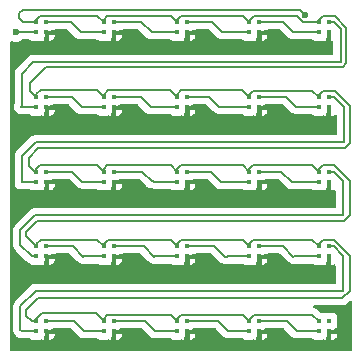
<source format=gbl>
G04 #@! TF.GenerationSoftware,KiCad,Pcbnew,8.0.1*
G04 #@! TF.CreationDate,2024-05-20T20:52:02+02:00*
G04 #@! TF.ProjectId,microled-square,6d696372-6f6c-4656-942d-737175617265,rev?*
G04 #@! TF.SameCoordinates,Original*
G04 #@! TF.FileFunction,Copper,L2,Bot*
G04 #@! TF.FilePolarity,Positive*
%FSLAX46Y46*%
G04 Gerber Fmt 4.6, Leading zero omitted, Abs format (unit mm)*
G04 Created by KiCad (PCBNEW 8.0.1) date 2024-05-20 20:52:02*
%MOMM*%
%LPD*%
G01*
G04 APERTURE LIST*
G04 #@! TA.AperFunction,SMDPad,CuDef*
%ADD10R,0.450000X0.450000*%
G04 #@! TD*
G04 #@! TA.AperFunction,ViaPad*
%ADD11C,0.600000*%
G04 #@! TD*
G04 #@! TA.AperFunction,Conductor*
%ADD12C,0.200000*%
G04 #@! TD*
G04 APERTURE END LIST*
D10*
X27090000Y-23150000D03*
X26240000Y-23150000D03*
X27090000Y-24000000D03*
X26240000Y-24000000D03*
X38990000Y-42125000D03*
X38140000Y-42125000D03*
X38990000Y-42975000D03*
X38140000Y-42975000D03*
X51000000Y-23150000D03*
X50150000Y-23150000D03*
X51000000Y-24000000D03*
X50150000Y-24000000D03*
X45090000Y-35800000D03*
X44240000Y-35800000D03*
X45090000Y-36650000D03*
X44240000Y-36650000D03*
X27090000Y-29475000D03*
X26240000Y-29475000D03*
X27090000Y-30325000D03*
X26240000Y-30325000D03*
X38990000Y-29475000D03*
X38140000Y-29475000D03*
X38990000Y-30325000D03*
X38140000Y-30325000D03*
X45090000Y-23150000D03*
X44240000Y-23150000D03*
X45090000Y-24000000D03*
X44240000Y-24000000D03*
X32790000Y-48450000D03*
X31940000Y-48450000D03*
X32790000Y-49300000D03*
X31940000Y-49300000D03*
X51000000Y-29475000D03*
X50150000Y-29475000D03*
X51000000Y-30325000D03*
X50150000Y-30325000D03*
X27090000Y-42125000D03*
X26240000Y-42125000D03*
X27090000Y-42975000D03*
X26240000Y-42975000D03*
X32790000Y-35800000D03*
X31940000Y-35800000D03*
X32790000Y-36650000D03*
X31940000Y-36650000D03*
X51000000Y-48450000D03*
X50150000Y-48450000D03*
X51000000Y-49300000D03*
X50150000Y-49300000D03*
X27090000Y-35800000D03*
X26240000Y-35800000D03*
X27090000Y-36650000D03*
X26240000Y-36650000D03*
X32790000Y-23150000D03*
X31940000Y-23150000D03*
X32790000Y-24000000D03*
X31940000Y-24000000D03*
X51000000Y-42125000D03*
X50150000Y-42125000D03*
X51000000Y-42975000D03*
X50150000Y-42975000D03*
X38990000Y-48450000D03*
X38140000Y-48450000D03*
X38990000Y-49300000D03*
X38140000Y-49300000D03*
X38990000Y-35800000D03*
X38140000Y-35800000D03*
X38990000Y-36650000D03*
X38140000Y-36650000D03*
X45090000Y-42125000D03*
X44240000Y-42125000D03*
X45090000Y-42975000D03*
X44240000Y-42975000D03*
X27090000Y-48450000D03*
X26240000Y-48450000D03*
X27090000Y-49300000D03*
X26240000Y-49300000D03*
X45090000Y-48450000D03*
X44240000Y-48450000D03*
X45090000Y-49300000D03*
X44240000Y-49300000D03*
X45090000Y-29475000D03*
X44240000Y-29475000D03*
X45090000Y-30325000D03*
X44240000Y-30325000D03*
X32790000Y-42125000D03*
X31940000Y-42125000D03*
X32790000Y-42975000D03*
X31940000Y-42975000D03*
X32790000Y-29475000D03*
X31940000Y-29475000D03*
X32790000Y-30325000D03*
X31940000Y-30325000D03*
X51000000Y-35800000D03*
X50150000Y-35800000D03*
X51000000Y-36650000D03*
X50150000Y-36650000D03*
X38990000Y-23150000D03*
X38140000Y-23150000D03*
X38990000Y-24000000D03*
X38140000Y-24000000D03*
D11*
X47200000Y-50300000D03*
X41000000Y-50300000D03*
X34900000Y-50400000D03*
X28900000Y-50400000D03*
X48200000Y-44600000D03*
X42100000Y-44700000D03*
X35900000Y-44700000D03*
X30000000Y-44700000D03*
X25200000Y-44600000D03*
X49400000Y-38200000D03*
X40500000Y-38000000D03*
X34400000Y-38000000D03*
X26600000Y-38100000D03*
X43400000Y-25200000D03*
X24500000Y-25800000D03*
X32500000Y-25400000D03*
X26300000Y-31900000D03*
X42700000Y-31800000D03*
X50200000Y-31800000D03*
X49000000Y-22500000D03*
X24500000Y-24000000D03*
D12*
X44240000Y-48450000D02*
X44240000Y-48360000D01*
X44240000Y-48360000D02*
X44675000Y-47925000D01*
X49625000Y-47925000D02*
X50150000Y-48450000D01*
X44675000Y-47925000D02*
X49625000Y-47925000D01*
X38140000Y-48450000D02*
X38140000Y-48250000D01*
X38140000Y-48250000D02*
X38465000Y-47925000D01*
X38465000Y-47925000D02*
X43715000Y-47925000D01*
X43715000Y-47925000D02*
X44240000Y-48450000D01*
X31940000Y-48450000D02*
X31940000Y-48250000D01*
X31940000Y-48250000D02*
X32265000Y-47925000D01*
X32265000Y-47925000D02*
X37615000Y-47925000D01*
X37615000Y-47925000D02*
X38140000Y-48450000D01*
X26240000Y-48450000D02*
X26240000Y-48250000D01*
X26240000Y-48250000D02*
X26690000Y-47800000D01*
X26690000Y-47800000D02*
X31290000Y-47800000D01*
X31290000Y-47800000D02*
X31940000Y-48450000D01*
X50150000Y-42125000D02*
X50150000Y-41925000D01*
X25400000Y-47500000D02*
X25400000Y-48000000D01*
X50150000Y-41925000D02*
X50475000Y-41600000D01*
X25400000Y-48000000D02*
X25850000Y-48450000D01*
X50475000Y-41600000D02*
X51465686Y-41600000D01*
X25850000Y-48450000D02*
X26240000Y-48450000D01*
X51465686Y-41600000D02*
X52800000Y-42934314D01*
X52800000Y-42934314D02*
X52800000Y-45865685D01*
X52800000Y-45865685D02*
X52165685Y-46500000D01*
X52165685Y-46500000D02*
X26400000Y-46500000D01*
X26400000Y-46500000D02*
X25400000Y-47500000D01*
X44240000Y-42125000D02*
X44240000Y-41960000D01*
X44240000Y-41960000D02*
X44600000Y-41600000D01*
X44600000Y-41600000D02*
X49625000Y-41600000D01*
X49625000Y-41600000D02*
X50150000Y-42125000D01*
X38140000Y-42125000D02*
X38140000Y-41960000D01*
X38140000Y-41960000D02*
X38500000Y-41600000D01*
X38500000Y-41600000D02*
X43715000Y-41600000D01*
X43715000Y-41600000D02*
X44240000Y-42125000D01*
X31940000Y-42125000D02*
X31940000Y-41960000D01*
X31940000Y-41960000D02*
X32300000Y-41600000D01*
X32300000Y-41600000D02*
X37615000Y-41600000D01*
X37615000Y-41600000D02*
X38140000Y-42125000D01*
X26240000Y-42125000D02*
X26240000Y-41960000D01*
X26240000Y-41960000D02*
X26600000Y-41600000D01*
X26600000Y-41600000D02*
X31415000Y-41600000D01*
X31415000Y-41600000D02*
X31940000Y-42125000D01*
X51000000Y-35800000D02*
X51425000Y-35800000D01*
X51425000Y-35800000D02*
X52200000Y-36575000D01*
X52200000Y-39500000D02*
X26100000Y-39500000D01*
X52200000Y-36575000D02*
X52200000Y-39500000D01*
X26100000Y-39500000D02*
X24900000Y-40700000D01*
X24900000Y-40700000D02*
X24900000Y-42000000D01*
X24900000Y-42000000D02*
X25875000Y-42975000D01*
X25875000Y-42975000D02*
X26240000Y-42975000D01*
X50150000Y-35800000D02*
X50150000Y-35600000D01*
X50150000Y-35600000D02*
X50475000Y-35275000D01*
X50475000Y-35275000D02*
X51465686Y-35275000D01*
X51465686Y-35275000D02*
X52800000Y-36609314D01*
X52800000Y-36609314D02*
X52800000Y-39465685D01*
X52800000Y-39465685D02*
X52265685Y-40000000D01*
X52265685Y-40000000D02*
X26300000Y-40000000D01*
X25400000Y-41285000D02*
X26240000Y-42125000D01*
X26300000Y-40000000D02*
X25400000Y-40900000D01*
X25400000Y-40900000D02*
X25400000Y-41285000D01*
X44240000Y-35800000D02*
X44240000Y-35600000D01*
X44240000Y-35600000D02*
X44565000Y-35275000D01*
X44565000Y-35275000D02*
X49625000Y-35275000D01*
X49625000Y-35275000D02*
X50150000Y-35800000D01*
X38140000Y-35800000D02*
X38140000Y-35600000D01*
X38140000Y-35600000D02*
X38465000Y-35275000D01*
X38465000Y-35275000D02*
X43715000Y-35275000D01*
X43715000Y-35275000D02*
X44240000Y-35800000D01*
X31940000Y-35800000D02*
X31940000Y-35600000D01*
X31940000Y-35600000D02*
X32265000Y-35275000D01*
X32265000Y-35275000D02*
X37615000Y-35275000D01*
X37615000Y-35275000D02*
X38140000Y-35800000D01*
X26240000Y-35800000D02*
X26240000Y-35600000D01*
X26240000Y-35600000D02*
X26565000Y-35275000D01*
X26565000Y-35275000D02*
X31415000Y-35275000D01*
X31415000Y-35275000D02*
X31940000Y-35800000D01*
X50150000Y-29475000D02*
X50150000Y-29275000D01*
X52800000Y-33400000D02*
X52400000Y-33800000D01*
X50150000Y-29275000D02*
X50475000Y-28950000D01*
X50475000Y-28950000D02*
X51550000Y-28950000D01*
X51550000Y-28950000D02*
X52800000Y-30200000D01*
X52800000Y-30200000D02*
X52800000Y-33400000D01*
X52400000Y-33800000D02*
X26400000Y-33800000D01*
X26400000Y-33800000D02*
X25600000Y-34600000D01*
X25600000Y-34600000D02*
X25600000Y-35300000D01*
X25600000Y-35300000D02*
X26100000Y-35800000D01*
X26100000Y-35800000D02*
X26240000Y-35800000D01*
X26240000Y-23150000D02*
X26240000Y-22950000D01*
X26240000Y-22950000D02*
X26565000Y-22625000D01*
X26565000Y-22625000D02*
X31415000Y-22625000D01*
X31415000Y-22625000D02*
X31940000Y-23150000D01*
X30900000Y-22100000D02*
X25100000Y-22100000D01*
X25100000Y-22100000D02*
X24800000Y-22400000D01*
X24800000Y-22400000D02*
X24800000Y-22800000D01*
X24800000Y-22800000D02*
X25150000Y-23150000D01*
X25150000Y-23150000D02*
X26240000Y-23150000D01*
X26240000Y-29475000D02*
X25700000Y-28935000D01*
X25700000Y-28935000D02*
X25700000Y-28300000D01*
X25700000Y-28300000D02*
X27100000Y-26900000D01*
X27100000Y-26900000D02*
X52200000Y-26900000D01*
X52200000Y-26900000D02*
X52500000Y-26600000D01*
X52500000Y-26600000D02*
X52500000Y-23600000D01*
X51525000Y-22625000D02*
X50475000Y-22625000D01*
X50150000Y-22950000D02*
X50150000Y-23150000D01*
X52500000Y-23600000D02*
X51525000Y-22625000D01*
X50475000Y-22625000D02*
X50150000Y-22950000D01*
X50150000Y-23150000D02*
X48850000Y-23150000D01*
X48850000Y-23150000D02*
X48300000Y-22600000D01*
X48300000Y-22600000D02*
X44700000Y-22600000D01*
X44700000Y-22600000D02*
X44240000Y-23060000D01*
X44240000Y-23060000D02*
X44240000Y-23150000D01*
X38140000Y-23150000D02*
X38140000Y-22950000D01*
X43715000Y-22625000D02*
X44240000Y-23150000D01*
X38140000Y-22950000D02*
X38465000Y-22625000D01*
X38465000Y-22625000D02*
X43715000Y-22625000D01*
X31940000Y-23150000D02*
X31940000Y-22950000D01*
X31940000Y-22950000D02*
X32265000Y-22625000D01*
X32265000Y-22625000D02*
X37615000Y-22625000D01*
X37615000Y-22625000D02*
X38140000Y-23150000D01*
X49000000Y-22500000D02*
X48600000Y-22100000D01*
X48600000Y-22100000D02*
X30900000Y-22100000D01*
X26240000Y-29475000D02*
X26240000Y-29260000D01*
X26240000Y-29260000D02*
X26600000Y-28900000D01*
X26600000Y-28900000D02*
X31365000Y-28900000D01*
X31365000Y-28900000D02*
X31940000Y-29475000D01*
X44240000Y-29475000D02*
X44240000Y-29275000D01*
X44240000Y-29275000D02*
X44565000Y-28950000D01*
X44565000Y-28950000D02*
X49625000Y-28950000D01*
X49625000Y-28950000D02*
X50150000Y-29475000D01*
X38140000Y-29475000D02*
X38140000Y-29275000D01*
X38140000Y-29275000D02*
X38515000Y-28900000D01*
X38515000Y-28900000D02*
X43665000Y-28900000D01*
X43665000Y-28900000D02*
X44240000Y-29475000D01*
X31940000Y-29475000D02*
X31940000Y-29275000D01*
X31940000Y-29275000D02*
X32315000Y-28900000D01*
X32315000Y-28900000D02*
X37565000Y-28900000D01*
X37565000Y-28900000D02*
X38140000Y-29475000D01*
X24500000Y-24000000D02*
X26240000Y-24000000D01*
X30000000Y-24000000D02*
X31940000Y-24000000D01*
X27090000Y-23150000D02*
X29150000Y-23150000D01*
X29150000Y-23150000D02*
X30000000Y-24000000D01*
X32790000Y-23150000D02*
X35150000Y-23150000D01*
X36000000Y-24000000D02*
X38140000Y-24000000D01*
X35150000Y-23150000D02*
X36000000Y-24000000D01*
X38990000Y-23150000D02*
X41150000Y-23150000D01*
X42000000Y-24000000D02*
X44240000Y-24000000D01*
X41150000Y-23150000D02*
X42000000Y-24000000D01*
X48000000Y-24000000D02*
X50150000Y-24000000D01*
X45090000Y-23150000D02*
X47150000Y-23150000D01*
X47150000Y-23150000D02*
X48000000Y-24000000D01*
X24975000Y-30325000D02*
X26240000Y-30325000D01*
X26000000Y-26500000D02*
X25000000Y-27500000D01*
X24950000Y-30300000D02*
X24975000Y-30325000D01*
X52000000Y-26500000D02*
X26000000Y-26500000D01*
X25000000Y-30250000D02*
X24950000Y-30300000D01*
X25000000Y-27500000D02*
X25000000Y-30250000D01*
X52000000Y-23725000D02*
X52000000Y-26500000D01*
X51425000Y-23150000D02*
X52000000Y-23725000D01*
X51000000Y-23150000D02*
X51425000Y-23150000D01*
X29225000Y-29475000D02*
X30075000Y-30325000D01*
X27090000Y-29475000D02*
X29225000Y-29475000D01*
X30075000Y-30325000D02*
X31940000Y-30325000D01*
X32790000Y-29475000D02*
X35075000Y-29475000D01*
X35925000Y-30325000D02*
X38140000Y-30325000D01*
X35075000Y-29475000D02*
X35925000Y-30325000D01*
X41900000Y-30300000D02*
X41925000Y-30325000D01*
X41925000Y-30325000D02*
X44240000Y-30325000D01*
X38990000Y-29475000D02*
X40875000Y-29475000D01*
X41700000Y-30300000D02*
X41900000Y-30300000D01*
X40875000Y-29475000D02*
X41700000Y-30300000D01*
X47375000Y-29475000D02*
X48200000Y-30300000D01*
X48500000Y-30300000D02*
X48525000Y-30325000D01*
X45090000Y-29475000D02*
X47375000Y-29475000D01*
X48525000Y-30325000D02*
X50150000Y-30325000D01*
X48200000Y-30300000D02*
X48500000Y-30300000D01*
X51000000Y-29475000D02*
X51425000Y-29475000D01*
X52300000Y-30350000D02*
X52300000Y-33300000D01*
X25000000Y-36700000D02*
X25050000Y-36650000D01*
X26200000Y-33300000D02*
X25000000Y-34500000D01*
X25050000Y-36650000D02*
X26240000Y-36650000D01*
X51425000Y-29475000D02*
X52300000Y-30350000D01*
X25000000Y-34500000D02*
X25000000Y-36700000D01*
X52300000Y-33300000D02*
X26200000Y-33300000D01*
X30150000Y-36650000D02*
X31940000Y-36650000D01*
X29300000Y-35800000D02*
X30150000Y-36650000D01*
X27090000Y-35800000D02*
X29300000Y-35800000D01*
X36000000Y-36600000D02*
X36200000Y-36600000D01*
X36200000Y-36600000D02*
X36250000Y-36650000D01*
X36250000Y-36650000D02*
X38140000Y-36650000D01*
X32790000Y-35800000D02*
X35200000Y-35800000D01*
X35200000Y-35800000D02*
X36000000Y-36600000D01*
X42150000Y-36650000D02*
X44240000Y-36650000D01*
X41900000Y-36700000D02*
X42100000Y-36700000D01*
X38990000Y-35800000D02*
X41000000Y-35800000D01*
X42100000Y-36700000D02*
X42150000Y-36650000D01*
X41000000Y-35800000D02*
X41900000Y-36700000D01*
X48300000Y-36700000D02*
X48350000Y-36650000D01*
X45090000Y-35800000D02*
X47000000Y-35800000D01*
X48350000Y-36650000D02*
X50150000Y-36650000D01*
X47900000Y-36700000D02*
X48300000Y-36700000D01*
X47000000Y-35800000D02*
X47900000Y-36700000D01*
X29325000Y-42125000D02*
X30200000Y-43000000D01*
X30200000Y-43000000D02*
X30225000Y-42975000D01*
X30225000Y-42975000D02*
X31940000Y-42975000D01*
X27090000Y-42125000D02*
X29325000Y-42125000D01*
X32790000Y-42125000D02*
X35325000Y-42125000D01*
X36225000Y-42975000D02*
X38140000Y-42975000D01*
X35325000Y-42125000D02*
X36200000Y-43000000D01*
X36200000Y-43000000D02*
X36225000Y-42975000D01*
X42425000Y-42975000D02*
X44240000Y-42975000D01*
X42200000Y-43000000D02*
X42400000Y-43000000D01*
X42400000Y-43000000D02*
X42425000Y-42975000D01*
X38990000Y-42125000D02*
X41325000Y-42125000D01*
X41325000Y-42125000D02*
X42200000Y-43000000D01*
X48000000Y-43000000D02*
X48025000Y-42975000D01*
X48025000Y-42975000D02*
X50150000Y-42975000D01*
X47125000Y-42125000D02*
X48000000Y-43000000D01*
X45090000Y-42125000D02*
X47125000Y-42125000D01*
X24900000Y-47200000D02*
X24900000Y-49200000D01*
X52200000Y-42900000D02*
X52200000Y-45900000D01*
X51425000Y-42125000D02*
X52200000Y-42900000D01*
X52200000Y-45900000D02*
X26200000Y-45900000D01*
X26200000Y-45900000D02*
X24900000Y-47200000D01*
X25000000Y-49300000D02*
X26240000Y-49300000D01*
X24900000Y-49200000D02*
X25000000Y-49300000D01*
X51000000Y-42125000D02*
X51425000Y-42125000D01*
X27090000Y-48450000D02*
X29450000Y-48450000D01*
X29450000Y-48450000D02*
X30300000Y-49300000D01*
X30300000Y-49300000D02*
X31940000Y-49300000D01*
X36300000Y-49300000D02*
X38140000Y-49300000D01*
X32790000Y-48450000D02*
X35450000Y-48450000D01*
X35450000Y-48450000D02*
X36300000Y-49300000D01*
X42500000Y-49300000D02*
X44240000Y-49300000D01*
X41650000Y-48450000D02*
X42500000Y-49300000D01*
X38990000Y-48450000D02*
X41650000Y-48450000D01*
X45090000Y-48450000D02*
X47450000Y-48450000D01*
X47450000Y-48450000D02*
X48300000Y-49300000D01*
X48300000Y-49300000D02*
X50150000Y-49300000D01*
G04 #@! TA.AperFunction,Conductor*
G36*
X28916942Y-23770185D02*
G01*
X28937583Y-23786818D01*
X29631284Y-24480520D01*
X29631286Y-24480521D01*
X29631290Y-24480524D01*
X29768209Y-24559573D01*
X29768216Y-24559577D01*
X29920943Y-24600501D01*
X29920945Y-24600501D01*
X30086654Y-24600501D01*
X30086670Y-24600500D01*
X31340165Y-24600500D01*
X31407204Y-24620185D01*
X31414476Y-24625233D01*
X31420598Y-24629816D01*
X31472073Y-24668350D01*
X31472668Y-24668795D01*
X31472671Y-24668797D01*
X31517618Y-24685561D01*
X31607517Y-24719091D01*
X31667127Y-24725500D01*
X32212872Y-24725499D01*
X32272483Y-24719091D01*
X32322382Y-24700479D01*
X32392069Y-24695494D01*
X32409048Y-24700479D01*
X32457628Y-24718598D01*
X32457627Y-24718598D01*
X32517155Y-24724999D01*
X32517172Y-24725000D01*
X32565000Y-24725000D01*
X32565000Y-24567106D01*
X32584685Y-24500067D01*
X32589734Y-24492794D01*
X32608796Y-24467331D01*
X32608888Y-24467086D01*
X32620052Y-24437150D01*
X32659091Y-24332483D01*
X32665500Y-24272873D01*
X32665500Y-24225000D01*
X33015000Y-24225000D01*
X33015000Y-24725000D01*
X33062828Y-24725000D01*
X33062844Y-24724999D01*
X33122372Y-24718598D01*
X33122379Y-24718596D01*
X33257086Y-24668354D01*
X33257093Y-24668350D01*
X33372187Y-24582190D01*
X33372190Y-24582187D01*
X33458350Y-24467093D01*
X33458354Y-24467086D01*
X33508596Y-24332379D01*
X33508598Y-24332372D01*
X33514999Y-24272844D01*
X33515000Y-24272827D01*
X33515000Y-24225000D01*
X33015000Y-24225000D01*
X32665500Y-24225000D01*
X32665499Y-23999497D01*
X32685183Y-23932460D01*
X32737987Y-23886705D01*
X32789499Y-23875499D01*
X33062871Y-23875499D01*
X33062872Y-23875499D01*
X33122483Y-23869091D01*
X33257331Y-23818796D01*
X33282796Y-23799733D01*
X33348261Y-23775316D01*
X33357107Y-23775000D01*
X33524826Y-23775000D01*
X33564504Y-23753334D01*
X33590862Y-23750500D01*
X34849903Y-23750500D01*
X34916942Y-23770185D01*
X34937583Y-23786818D01*
X35631284Y-24480520D01*
X35631286Y-24480521D01*
X35631290Y-24480524D01*
X35768209Y-24559573D01*
X35768216Y-24559577D01*
X35920943Y-24600501D01*
X35920945Y-24600501D01*
X36086654Y-24600501D01*
X36086670Y-24600500D01*
X37540165Y-24600500D01*
X37607204Y-24620185D01*
X37614476Y-24625233D01*
X37620598Y-24629816D01*
X37672073Y-24668350D01*
X37672668Y-24668795D01*
X37672671Y-24668797D01*
X37717618Y-24685561D01*
X37807517Y-24719091D01*
X37867127Y-24725500D01*
X38412872Y-24725499D01*
X38472483Y-24719091D01*
X38522382Y-24700479D01*
X38592069Y-24695494D01*
X38609048Y-24700479D01*
X38657628Y-24718598D01*
X38657627Y-24718598D01*
X38717155Y-24724999D01*
X38717172Y-24725000D01*
X38765000Y-24725000D01*
X38765000Y-24567106D01*
X38784685Y-24500067D01*
X38789734Y-24492794D01*
X38808796Y-24467331D01*
X38808888Y-24467086D01*
X38820052Y-24437150D01*
X38859091Y-24332483D01*
X38865500Y-24272873D01*
X38865500Y-24225000D01*
X39215000Y-24225000D01*
X39215000Y-24725000D01*
X39262828Y-24725000D01*
X39262844Y-24724999D01*
X39322372Y-24718598D01*
X39322379Y-24718596D01*
X39457086Y-24668354D01*
X39457093Y-24668350D01*
X39572187Y-24582190D01*
X39572190Y-24582187D01*
X39658350Y-24467093D01*
X39658354Y-24467086D01*
X39708596Y-24332379D01*
X39708598Y-24332372D01*
X39714999Y-24272844D01*
X39715000Y-24272827D01*
X39715000Y-24225000D01*
X39215000Y-24225000D01*
X38865500Y-24225000D01*
X38865499Y-23999497D01*
X38885183Y-23932460D01*
X38937987Y-23886705D01*
X38989499Y-23875499D01*
X39262871Y-23875499D01*
X39262872Y-23875499D01*
X39322483Y-23869091D01*
X39457331Y-23818796D01*
X39482796Y-23799733D01*
X39548261Y-23775316D01*
X39557107Y-23775000D01*
X39724826Y-23775000D01*
X39764504Y-23753334D01*
X39790862Y-23750500D01*
X40849903Y-23750500D01*
X40916942Y-23770185D01*
X40937583Y-23786818D01*
X41631284Y-24480520D01*
X41631286Y-24480521D01*
X41631290Y-24480524D01*
X41768209Y-24559573D01*
X41768216Y-24559577D01*
X41920943Y-24600501D01*
X41920945Y-24600501D01*
X42086654Y-24600501D01*
X42086670Y-24600500D01*
X43640165Y-24600500D01*
X43707204Y-24620185D01*
X43714476Y-24625233D01*
X43720598Y-24629816D01*
X43772073Y-24668350D01*
X43772668Y-24668795D01*
X43772671Y-24668797D01*
X43817618Y-24685561D01*
X43907517Y-24719091D01*
X43967127Y-24725500D01*
X44512872Y-24725499D01*
X44572483Y-24719091D01*
X44622382Y-24700479D01*
X44692069Y-24695494D01*
X44709048Y-24700479D01*
X44757628Y-24718598D01*
X44757627Y-24718598D01*
X44817155Y-24724999D01*
X44817172Y-24725000D01*
X44865000Y-24725000D01*
X44865000Y-24567106D01*
X44884685Y-24500067D01*
X44889734Y-24492794D01*
X44908796Y-24467331D01*
X44908888Y-24467086D01*
X44920052Y-24437150D01*
X44959091Y-24332483D01*
X44965500Y-24272873D01*
X44965500Y-24225000D01*
X45315000Y-24225000D01*
X45315000Y-24725000D01*
X45362828Y-24725000D01*
X45362844Y-24724999D01*
X45422372Y-24718598D01*
X45422379Y-24718596D01*
X45557086Y-24668354D01*
X45557093Y-24668350D01*
X45672187Y-24582190D01*
X45672190Y-24582187D01*
X45758350Y-24467093D01*
X45758354Y-24467086D01*
X45808596Y-24332379D01*
X45808598Y-24332372D01*
X45814999Y-24272844D01*
X45815000Y-24272827D01*
X45815000Y-24225000D01*
X45315000Y-24225000D01*
X44965500Y-24225000D01*
X44965499Y-23999497D01*
X44985183Y-23932460D01*
X45037987Y-23886705D01*
X45089499Y-23875499D01*
X45362871Y-23875499D01*
X45362872Y-23875499D01*
X45422483Y-23869091D01*
X45557331Y-23818796D01*
X45582796Y-23799733D01*
X45648261Y-23775316D01*
X45657107Y-23775000D01*
X45824826Y-23775000D01*
X45864504Y-23753334D01*
X45890862Y-23750500D01*
X46849903Y-23750500D01*
X46916942Y-23770185D01*
X46937583Y-23786818D01*
X47631284Y-24480520D01*
X47631286Y-24480521D01*
X47631290Y-24480524D01*
X47768209Y-24559573D01*
X47768216Y-24559577D01*
X47920943Y-24600501D01*
X47920945Y-24600501D01*
X48086654Y-24600501D01*
X48086670Y-24600500D01*
X49550165Y-24600500D01*
X49617204Y-24620185D01*
X49624476Y-24625233D01*
X49630598Y-24629816D01*
X49682073Y-24668350D01*
X49682668Y-24668795D01*
X49682671Y-24668797D01*
X49727618Y-24685561D01*
X49817517Y-24719091D01*
X49877127Y-24725500D01*
X50422872Y-24725499D01*
X50482483Y-24719091D01*
X50532382Y-24700479D01*
X50602069Y-24695494D01*
X50619048Y-24700479D01*
X50667628Y-24718598D01*
X50667627Y-24718598D01*
X50727155Y-24724999D01*
X50727172Y-24725000D01*
X50775000Y-24725000D01*
X50775000Y-24567106D01*
X50794685Y-24500067D01*
X50799734Y-24492794D01*
X50818796Y-24467331D01*
X50818888Y-24467086D01*
X50830052Y-24437150D01*
X50869091Y-24332483D01*
X50875500Y-24272873D01*
X50875499Y-23999497D01*
X50895183Y-23932460D01*
X50947987Y-23886705D01*
X50999499Y-23875499D01*
X51101000Y-23875499D01*
X51168039Y-23895184D01*
X51213794Y-23947988D01*
X51225000Y-23999499D01*
X51225000Y-24725000D01*
X51275500Y-24725000D01*
X51342539Y-24744685D01*
X51388294Y-24797489D01*
X51399500Y-24849000D01*
X51399500Y-25775500D01*
X51379815Y-25842539D01*
X51327011Y-25888294D01*
X51275500Y-25899500D01*
X26086670Y-25899500D01*
X26086654Y-25899499D01*
X26079058Y-25899499D01*
X25920943Y-25899499D01*
X25844579Y-25919961D01*
X25768214Y-25940423D01*
X25768209Y-25940426D01*
X25631290Y-26019475D01*
X25631282Y-26019481D01*
X24519481Y-27131282D01*
X24519479Y-27131285D01*
X24469361Y-27218094D01*
X24469359Y-27218096D01*
X24440425Y-27268209D01*
X24440424Y-27268210D01*
X24424544Y-27327472D01*
X24399499Y-27420943D01*
X24399499Y-27420945D01*
X24399499Y-27589046D01*
X24399500Y-27589059D01*
X24399500Y-30021636D01*
X24391834Y-30060179D01*
X24392527Y-30060365D01*
X24390424Y-30068213D01*
X24390423Y-30068215D01*
X24349499Y-30220943D01*
X24349499Y-30220945D01*
X24349499Y-30379054D01*
X24349498Y-30379054D01*
X24349499Y-30379057D01*
X24390423Y-30531785D01*
X24469481Y-30668716D01*
X24469483Y-30668718D01*
X24490139Y-30689374D01*
X24490149Y-30689385D01*
X24494479Y-30693715D01*
X24494480Y-30693716D01*
X24606284Y-30805520D01*
X24606286Y-30805521D01*
X24606290Y-30805524D01*
X24699909Y-30859574D01*
X24743216Y-30884577D01*
X24855019Y-30914534D01*
X24895942Y-30925500D01*
X24895943Y-30925500D01*
X25640165Y-30925500D01*
X25707204Y-30945185D01*
X25714476Y-30950233D01*
X25731534Y-30963003D01*
X25772073Y-30993350D01*
X25772668Y-30993795D01*
X25772671Y-30993797D01*
X25809848Y-31007663D01*
X25907517Y-31044091D01*
X25967127Y-31050500D01*
X26512872Y-31050499D01*
X26572483Y-31044091D01*
X26622382Y-31025479D01*
X26692069Y-31020494D01*
X26709048Y-31025479D01*
X26757628Y-31043598D01*
X26757627Y-31043598D01*
X26817155Y-31049999D01*
X26817172Y-31050000D01*
X26865000Y-31050000D01*
X26865000Y-30892106D01*
X26884685Y-30825067D01*
X26889734Y-30817794D01*
X26908796Y-30792331D01*
X26908888Y-30792086D01*
X26920052Y-30762150D01*
X26959091Y-30657483D01*
X26965500Y-30597873D01*
X26965500Y-30550000D01*
X27315000Y-30550000D01*
X27315000Y-31050000D01*
X27362828Y-31050000D01*
X27362844Y-31049999D01*
X27422372Y-31043598D01*
X27422379Y-31043596D01*
X27557086Y-30993354D01*
X27557093Y-30993350D01*
X27672187Y-30907190D01*
X27672190Y-30907187D01*
X27758350Y-30792093D01*
X27758354Y-30792086D01*
X27808596Y-30657379D01*
X27808598Y-30657372D01*
X27814999Y-30597844D01*
X27815000Y-30597827D01*
X27815000Y-30550000D01*
X27315000Y-30550000D01*
X26965500Y-30550000D01*
X26965499Y-30324497D01*
X26985183Y-30257460D01*
X27037987Y-30211705D01*
X27089499Y-30200499D01*
X27362871Y-30200499D01*
X27362872Y-30200499D01*
X27422483Y-30194091D01*
X27557331Y-30143796D01*
X27582796Y-30124733D01*
X27648261Y-30100316D01*
X27657107Y-30100000D01*
X27824826Y-30100000D01*
X27864504Y-30078334D01*
X27890862Y-30075500D01*
X28924903Y-30075500D01*
X28991942Y-30095185D01*
X29012583Y-30111818D01*
X29706284Y-30805520D01*
X29706286Y-30805521D01*
X29706290Y-30805524D01*
X29799909Y-30859574D01*
X29843216Y-30884577D01*
X29995943Y-30925501D01*
X29995945Y-30925501D01*
X30161654Y-30925501D01*
X30161670Y-30925500D01*
X31340165Y-30925500D01*
X31407204Y-30945185D01*
X31414476Y-30950233D01*
X31431534Y-30963003D01*
X31472073Y-30993350D01*
X31472668Y-30993795D01*
X31472671Y-30993797D01*
X31509848Y-31007663D01*
X31607517Y-31044091D01*
X31667127Y-31050500D01*
X32212872Y-31050499D01*
X32272483Y-31044091D01*
X32322382Y-31025479D01*
X32392069Y-31020494D01*
X32409048Y-31025479D01*
X32457628Y-31043598D01*
X32457627Y-31043598D01*
X32517155Y-31049999D01*
X32517172Y-31050000D01*
X32565000Y-31050000D01*
X32565000Y-30892106D01*
X32584685Y-30825067D01*
X32589734Y-30817794D01*
X32608796Y-30792331D01*
X32608888Y-30792086D01*
X32620052Y-30762150D01*
X32659091Y-30657483D01*
X32665500Y-30597873D01*
X32665500Y-30550000D01*
X33015000Y-30550000D01*
X33015000Y-31050000D01*
X33062828Y-31050000D01*
X33062844Y-31049999D01*
X33122372Y-31043598D01*
X33122379Y-31043596D01*
X33257086Y-30993354D01*
X33257093Y-30993350D01*
X33372187Y-30907190D01*
X33372190Y-30907187D01*
X33458350Y-30792093D01*
X33458354Y-30792086D01*
X33508596Y-30657379D01*
X33508598Y-30657372D01*
X33514999Y-30597844D01*
X33515000Y-30597827D01*
X33515000Y-30550000D01*
X33015000Y-30550000D01*
X32665500Y-30550000D01*
X32665499Y-30324497D01*
X32685183Y-30257460D01*
X32737987Y-30211705D01*
X32789499Y-30200499D01*
X33062871Y-30200499D01*
X33062872Y-30200499D01*
X33122483Y-30194091D01*
X33257331Y-30143796D01*
X33282796Y-30124733D01*
X33348261Y-30100316D01*
X33357107Y-30100000D01*
X33524826Y-30100000D01*
X33564504Y-30078334D01*
X33590862Y-30075500D01*
X34774903Y-30075500D01*
X34841942Y-30095185D01*
X34862583Y-30111818D01*
X35556284Y-30805520D01*
X35556286Y-30805521D01*
X35556290Y-30805524D01*
X35649909Y-30859574D01*
X35693216Y-30884577D01*
X35845943Y-30925501D01*
X35845945Y-30925501D01*
X36011654Y-30925501D01*
X36011670Y-30925500D01*
X37540165Y-30925500D01*
X37607204Y-30945185D01*
X37614476Y-30950233D01*
X37631534Y-30963003D01*
X37672073Y-30993350D01*
X37672668Y-30993795D01*
X37672671Y-30993797D01*
X37709848Y-31007663D01*
X37807517Y-31044091D01*
X37867127Y-31050500D01*
X38412872Y-31050499D01*
X38472483Y-31044091D01*
X38522382Y-31025479D01*
X38592069Y-31020494D01*
X38609048Y-31025479D01*
X38657628Y-31043598D01*
X38657627Y-31043598D01*
X38717155Y-31049999D01*
X38717172Y-31050000D01*
X38765000Y-31050000D01*
X38765000Y-30892106D01*
X38784685Y-30825067D01*
X38789734Y-30817794D01*
X38808796Y-30792331D01*
X38808888Y-30792086D01*
X38820052Y-30762150D01*
X38859091Y-30657483D01*
X38865500Y-30597873D01*
X38865500Y-30550000D01*
X39215000Y-30550000D01*
X39215000Y-31050000D01*
X39262828Y-31050000D01*
X39262844Y-31049999D01*
X39322372Y-31043598D01*
X39322379Y-31043596D01*
X39457086Y-30993354D01*
X39457093Y-30993350D01*
X39572187Y-30907190D01*
X39572190Y-30907187D01*
X39658350Y-30792093D01*
X39658354Y-30792086D01*
X39708596Y-30657379D01*
X39708598Y-30657372D01*
X39714999Y-30597844D01*
X39715000Y-30597827D01*
X39715000Y-30550000D01*
X39215000Y-30550000D01*
X38865500Y-30550000D01*
X38865499Y-30324497D01*
X38885183Y-30257460D01*
X38937987Y-30211705D01*
X38989499Y-30200499D01*
X39262871Y-30200499D01*
X39262872Y-30200499D01*
X39322483Y-30194091D01*
X39457331Y-30143796D01*
X39482796Y-30124733D01*
X39548261Y-30100316D01*
X39557107Y-30100000D01*
X39724826Y-30100000D01*
X39764504Y-30078334D01*
X39790862Y-30075500D01*
X40574903Y-30075500D01*
X40641942Y-30095185D01*
X40662584Y-30111819D01*
X41215139Y-30664374D01*
X41215149Y-30664385D01*
X41219479Y-30668715D01*
X41219480Y-30668716D01*
X41331284Y-30780520D01*
X41331286Y-30780521D01*
X41331290Y-30780524D01*
X41381610Y-30809576D01*
X41381615Y-30809578D01*
X41468209Y-30859574D01*
X41468210Y-30859574D01*
X41468215Y-30859577D01*
X41620942Y-30900500D01*
X41620943Y-30900500D01*
X41736317Y-30900500D01*
X41768409Y-30904725D01*
X41786320Y-30909523D01*
X41805019Y-30914534D01*
X41845942Y-30925500D01*
X41845943Y-30925500D01*
X43640165Y-30925500D01*
X43707204Y-30945185D01*
X43714476Y-30950233D01*
X43731534Y-30963003D01*
X43772073Y-30993350D01*
X43772668Y-30993795D01*
X43772671Y-30993797D01*
X43809848Y-31007663D01*
X43907517Y-31044091D01*
X43967127Y-31050500D01*
X44512872Y-31050499D01*
X44572483Y-31044091D01*
X44622382Y-31025479D01*
X44692069Y-31020494D01*
X44709048Y-31025479D01*
X44757628Y-31043598D01*
X44757627Y-31043598D01*
X44817155Y-31049999D01*
X44817172Y-31050000D01*
X44865000Y-31050000D01*
X44865000Y-30892106D01*
X44884685Y-30825067D01*
X44889734Y-30817794D01*
X44908796Y-30792331D01*
X44908888Y-30792086D01*
X44920052Y-30762150D01*
X44959091Y-30657483D01*
X44965500Y-30597873D01*
X44965500Y-30550000D01*
X45315000Y-30550000D01*
X45315000Y-31050000D01*
X45362828Y-31050000D01*
X45362844Y-31049999D01*
X45422372Y-31043598D01*
X45422379Y-31043596D01*
X45557086Y-30993354D01*
X45557093Y-30993350D01*
X45672187Y-30907190D01*
X45672190Y-30907187D01*
X45758350Y-30792093D01*
X45758354Y-30792086D01*
X45808596Y-30657379D01*
X45808598Y-30657372D01*
X45814999Y-30597844D01*
X45815000Y-30597827D01*
X45815000Y-30550000D01*
X45315000Y-30550000D01*
X44965500Y-30550000D01*
X44965499Y-30324497D01*
X44985183Y-30257460D01*
X45037987Y-30211705D01*
X45089499Y-30200499D01*
X45362871Y-30200499D01*
X45362872Y-30200499D01*
X45422483Y-30194091D01*
X45557331Y-30143796D01*
X45582796Y-30124733D01*
X45648261Y-30100316D01*
X45657107Y-30100000D01*
X45824826Y-30100000D01*
X45864504Y-30078334D01*
X45890862Y-30075500D01*
X47074903Y-30075500D01*
X47141942Y-30095185D01*
X47162584Y-30111819D01*
X47715139Y-30664374D01*
X47715149Y-30664385D01*
X47719479Y-30668715D01*
X47719480Y-30668716D01*
X47831284Y-30780520D01*
X47831286Y-30780521D01*
X47831290Y-30780524D01*
X47881610Y-30809576D01*
X47881615Y-30809578D01*
X47968209Y-30859574D01*
X47968210Y-30859574D01*
X47968215Y-30859577D01*
X48120942Y-30900500D01*
X48120943Y-30900500D01*
X48336317Y-30900500D01*
X48368409Y-30904725D01*
X48386320Y-30909523D01*
X48405019Y-30914534D01*
X48445942Y-30925500D01*
X48445943Y-30925500D01*
X49550165Y-30925500D01*
X49617204Y-30945185D01*
X49624476Y-30950233D01*
X49641534Y-30963003D01*
X49682073Y-30993350D01*
X49682668Y-30993795D01*
X49682671Y-30993797D01*
X49719848Y-31007663D01*
X49817517Y-31044091D01*
X49877127Y-31050500D01*
X50422872Y-31050499D01*
X50482483Y-31044091D01*
X50532382Y-31025479D01*
X50602069Y-31020494D01*
X50619048Y-31025479D01*
X50667628Y-31043598D01*
X50667627Y-31043598D01*
X50727155Y-31049999D01*
X50727172Y-31050000D01*
X50775000Y-31050000D01*
X50775000Y-30892106D01*
X50794685Y-30825067D01*
X50799734Y-30817794D01*
X50818796Y-30792331D01*
X50818888Y-30792086D01*
X50830052Y-30762150D01*
X50869091Y-30657483D01*
X50875500Y-30597873D01*
X50875499Y-30324497D01*
X50895183Y-30257460D01*
X50947987Y-30211705D01*
X50999499Y-30200499D01*
X51101000Y-30200499D01*
X51168039Y-30220184D01*
X51213794Y-30272988D01*
X51225000Y-30324499D01*
X51225000Y-31050000D01*
X51272828Y-31050000D01*
X51272844Y-31049999D01*
X51332372Y-31043598D01*
X51332379Y-31043596D01*
X51467086Y-30993354D01*
X51467089Y-30993352D01*
X51501188Y-30967826D01*
X51566652Y-30943408D01*
X51634925Y-30958259D01*
X51684331Y-31007663D01*
X51699500Y-31067092D01*
X51699500Y-32575500D01*
X51679815Y-32642539D01*
X51627011Y-32688294D01*
X51575500Y-32699500D01*
X26279057Y-32699500D01*
X26120942Y-32699500D01*
X25968215Y-32740423D01*
X25968214Y-32740423D01*
X25968212Y-32740424D01*
X25968209Y-32740425D01*
X25918096Y-32769359D01*
X25918095Y-32769360D01*
X25874689Y-32794420D01*
X25831285Y-32819479D01*
X25831282Y-32819481D01*
X24519479Y-34131284D01*
X24504289Y-34157594D01*
X24497869Y-34168716D01*
X24440423Y-34268215D01*
X24399499Y-34420943D01*
X24399499Y-34420945D01*
X24399499Y-34589046D01*
X24399500Y-34589059D01*
X24399500Y-36613330D01*
X24399499Y-36613348D01*
X24399499Y-36779054D01*
X24399498Y-36779054D01*
X24440423Y-36931785D01*
X24467122Y-36978029D01*
X24467124Y-36978031D01*
X24519479Y-37068714D01*
X24519481Y-37068717D01*
X24631284Y-37180520D01*
X24718095Y-37230639D01*
X24718097Y-37230641D01*
X24756151Y-37252611D01*
X24768215Y-37259577D01*
X24920943Y-37300501D01*
X24920946Y-37300501D01*
X25079054Y-37300501D01*
X25079057Y-37300501D01*
X25231785Y-37259577D01*
X25231786Y-37259575D01*
X25239635Y-37257473D01*
X25239820Y-37258165D01*
X25278364Y-37250500D01*
X25640165Y-37250500D01*
X25707204Y-37270185D01*
X25714476Y-37275233D01*
X25772073Y-37318350D01*
X25772668Y-37318795D01*
X25772671Y-37318797D01*
X25793040Y-37326394D01*
X25907517Y-37369091D01*
X25967127Y-37375500D01*
X26512872Y-37375499D01*
X26572483Y-37369091D01*
X26622382Y-37350479D01*
X26692069Y-37345494D01*
X26709048Y-37350479D01*
X26757628Y-37368598D01*
X26757627Y-37368598D01*
X26817155Y-37374999D01*
X26817172Y-37375000D01*
X26865000Y-37375000D01*
X26865000Y-37217106D01*
X26884685Y-37150067D01*
X26889734Y-37142794D01*
X26908796Y-37117331D01*
X26908888Y-37117086D01*
X26926929Y-37068713D01*
X26959091Y-36982483D01*
X26965500Y-36922873D01*
X26965500Y-36875000D01*
X27315000Y-36875000D01*
X27315000Y-37375000D01*
X27362828Y-37375000D01*
X27362844Y-37374999D01*
X27422372Y-37368598D01*
X27422379Y-37368596D01*
X27557086Y-37318354D01*
X27557093Y-37318350D01*
X27672187Y-37232190D01*
X27672190Y-37232187D01*
X27758350Y-37117093D01*
X27758354Y-37117086D01*
X27808596Y-36982379D01*
X27808598Y-36982372D01*
X27814999Y-36922844D01*
X27815000Y-36922827D01*
X27815000Y-36875000D01*
X27315000Y-36875000D01*
X26965500Y-36875000D01*
X26965499Y-36649497D01*
X26985183Y-36582460D01*
X27037987Y-36536705D01*
X27089499Y-36525499D01*
X27362871Y-36525499D01*
X27362872Y-36525499D01*
X27422483Y-36519091D01*
X27557331Y-36468796D01*
X27582796Y-36449733D01*
X27648261Y-36425316D01*
X27657107Y-36425000D01*
X27824826Y-36425000D01*
X27864504Y-36403334D01*
X27890862Y-36400500D01*
X28999903Y-36400500D01*
X29066942Y-36420185D01*
X29087583Y-36436818D01*
X29781284Y-37130520D01*
X29781286Y-37130521D01*
X29781290Y-37130524D01*
X29867887Y-37180520D01*
X29918216Y-37209577D01*
X30070943Y-37250501D01*
X30070945Y-37250501D01*
X30236654Y-37250501D01*
X30236670Y-37250500D01*
X31340165Y-37250500D01*
X31407204Y-37270185D01*
X31414476Y-37275233D01*
X31472073Y-37318350D01*
X31472668Y-37318795D01*
X31472671Y-37318797D01*
X31493040Y-37326394D01*
X31607517Y-37369091D01*
X31667127Y-37375500D01*
X32212872Y-37375499D01*
X32272483Y-37369091D01*
X32322382Y-37350479D01*
X32392069Y-37345494D01*
X32409048Y-37350479D01*
X32457628Y-37368598D01*
X32457627Y-37368598D01*
X32517155Y-37374999D01*
X32517172Y-37375000D01*
X32565000Y-37375000D01*
X32565000Y-37217106D01*
X32584685Y-37150067D01*
X32589734Y-37142794D01*
X32608796Y-37117331D01*
X32608888Y-37117086D01*
X32626929Y-37068713D01*
X32659091Y-36982483D01*
X32665500Y-36922873D01*
X32665500Y-36875000D01*
X33015000Y-36875000D01*
X33015000Y-37375000D01*
X33062828Y-37375000D01*
X33062844Y-37374999D01*
X33122372Y-37368598D01*
X33122379Y-37368596D01*
X33257086Y-37318354D01*
X33257093Y-37318350D01*
X33372187Y-37232190D01*
X33372190Y-37232187D01*
X33458350Y-37117093D01*
X33458354Y-37117086D01*
X33508596Y-36982379D01*
X33508598Y-36982372D01*
X33514999Y-36922844D01*
X33515000Y-36922827D01*
X33515000Y-36875000D01*
X33015000Y-36875000D01*
X32665500Y-36875000D01*
X32665499Y-36649497D01*
X32685183Y-36582460D01*
X32737987Y-36536705D01*
X32789499Y-36525499D01*
X33062871Y-36525499D01*
X33062872Y-36525499D01*
X33122483Y-36519091D01*
X33257331Y-36468796D01*
X33282796Y-36449733D01*
X33348261Y-36425316D01*
X33357107Y-36425000D01*
X33524826Y-36425000D01*
X33564504Y-36403334D01*
X33590862Y-36400500D01*
X34899903Y-36400500D01*
X34966942Y-36420185D01*
X34987584Y-36436819D01*
X35515139Y-36964374D01*
X35515149Y-36964385D01*
X35519479Y-36968715D01*
X35519480Y-36968716D01*
X35631284Y-37080520D01*
X35631286Y-37080521D01*
X35631290Y-37080524D01*
X35717886Y-37130520D01*
X35717887Y-37130520D01*
X35768215Y-37159577D01*
X35920943Y-37200501D01*
X35971639Y-37200501D01*
X36010178Y-37208167D01*
X36010365Y-37207473D01*
X36018215Y-37209576D01*
X36018216Y-37209577D01*
X36170943Y-37250501D01*
X36170945Y-37250501D01*
X36336654Y-37250501D01*
X36336670Y-37250500D01*
X37540165Y-37250500D01*
X37607204Y-37270185D01*
X37614476Y-37275233D01*
X37672073Y-37318350D01*
X37672668Y-37318795D01*
X37672671Y-37318797D01*
X37693040Y-37326394D01*
X37807517Y-37369091D01*
X37867127Y-37375500D01*
X38412872Y-37375499D01*
X38472483Y-37369091D01*
X38522382Y-37350479D01*
X38592069Y-37345494D01*
X38609048Y-37350479D01*
X38657628Y-37368598D01*
X38657627Y-37368598D01*
X38717155Y-37374999D01*
X38717172Y-37375000D01*
X38765000Y-37375000D01*
X38765000Y-37217106D01*
X38784685Y-37150067D01*
X38789734Y-37142794D01*
X38808796Y-37117331D01*
X38808888Y-37117086D01*
X38826929Y-37068713D01*
X38859091Y-36982483D01*
X38865500Y-36922873D01*
X38865500Y-36875000D01*
X39215000Y-36875000D01*
X39215000Y-37375000D01*
X39262828Y-37375000D01*
X39262844Y-37374999D01*
X39322372Y-37368598D01*
X39322379Y-37368596D01*
X39457086Y-37318354D01*
X39457093Y-37318350D01*
X39572187Y-37232190D01*
X39572190Y-37232187D01*
X39658350Y-37117093D01*
X39658354Y-37117086D01*
X39708596Y-36982379D01*
X39708598Y-36982372D01*
X39714999Y-36922844D01*
X39715000Y-36922827D01*
X39715000Y-36875000D01*
X39215000Y-36875000D01*
X38865500Y-36875000D01*
X38865499Y-36649497D01*
X38885183Y-36582460D01*
X38937987Y-36536705D01*
X38989499Y-36525499D01*
X39262871Y-36525499D01*
X39262872Y-36525499D01*
X39322483Y-36519091D01*
X39457331Y-36468796D01*
X39482796Y-36449733D01*
X39548261Y-36425316D01*
X39557107Y-36425000D01*
X39724826Y-36425000D01*
X39764504Y-36403334D01*
X39790862Y-36400500D01*
X40699903Y-36400500D01*
X40766942Y-36420185D01*
X40787584Y-36436819D01*
X41415139Y-37064374D01*
X41415149Y-37064385D01*
X41419479Y-37068715D01*
X41419480Y-37068716D01*
X41531284Y-37180520D01*
X41581607Y-37209573D01*
X41618095Y-37230639D01*
X41618097Y-37230641D01*
X41668213Y-37259576D01*
X41668215Y-37259577D01*
X41820942Y-37300500D01*
X41820943Y-37300500D01*
X42013331Y-37300500D01*
X42013347Y-37300501D01*
X42020943Y-37300501D01*
X42179054Y-37300501D01*
X42179057Y-37300501D01*
X42331785Y-37259577D01*
X42331786Y-37259575D01*
X42339635Y-37257473D01*
X42339820Y-37258165D01*
X42378364Y-37250500D01*
X43640165Y-37250500D01*
X43707204Y-37270185D01*
X43714476Y-37275233D01*
X43772073Y-37318350D01*
X43772668Y-37318795D01*
X43772671Y-37318797D01*
X43793040Y-37326394D01*
X43907517Y-37369091D01*
X43967127Y-37375500D01*
X44512872Y-37375499D01*
X44572483Y-37369091D01*
X44622382Y-37350479D01*
X44692069Y-37345494D01*
X44709048Y-37350479D01*
X44757628Y-37368598D01*
X44757627Y-37368598D01*
X44817155Y-37374999D01*
X44817172Y-37375000D01*
X44865000Y-37375000D01*
X44865000Y-37217106D01*
X44884685Y-37150067D01*
X44889734Y-37142794D01*
X44908796Y-37117331D01*
X44908888Y-37117086D01*
X44926929Y-37068713D01*
X44959091Y-36982483D01*
X44965500Y-36922873D01*
X44965500Y-36875000D01*
X45315000Y-36875000D01*
X45315000Y-37375000D01*
X45362828Y-37375000D01*
X45362844Y-37374999D01*
X45422372Y-37368598D01*
X45422379Y-37368596D01*
X45557086Y-37318354D01*
X45557093Y-37318350D01*
X45672187Y-37232190D01*
X45672190Y-37232187D01*
X45758350Y-37117093D01*
X45758354Y-37117086D01*
X45808596Y-36982379D01*
X45808598Y-36982372D01*
X45814999Y-36922844D01*
X45815000Y-36922827D01*
X45815000Y-36875000D01*
X45315000Y-36875000D01*
X44965500Y-36875000D01*
X44965499Y-36649497D01*
X44985183Y-36582460D01*
X45037987Y-36536705D01*
X45089499Y-36525499D01*
X45362871Y-36525499D01*
X45362872Y-36525499D01*
X45422483Y-36519091D01*
X45557331Y-36468796D01*
X45582796Y-36449733D01*
X45648261Y-36425316D01*
X45657107Y-36425000D01*
X45824826Y-36425000D01*
X45864504Y-36403334D01*
X45890862Y-36400500D01*
X46699903Y-36400500D01*
X46766942Y-36420185D01*
X46787584Y-36436819D01*
X47415139Y-37064374D01*
X47415149Y-37064385D01*
X47419479Y-37068715D01*
X47419480Y-37068716D01*
X47531284Y-37180520D01*
X47581607Y-37209573D01*
X47618095Y-37230639D01*
X47618097Y-37230641D01*
X47668213Y-37259576D01*
X47668215Y-37259577D01*
X47820942Y-37300500D01*
X47820943Y-37300500D01*
X48213331Y-37300500D01*
X48213347Y-37300501D01*
X48220943Y-37300501D01*
X48379054Y-37300501D01*
X48379057Y-37300501D01*
X48531785Y-37259577D01*
X48531786Y-37259575D01*
X48539635Y-37257473D01*
X48539820Y-37258165D01*
X48578364Y-37250500D01*
X49550165Y-37250500D01*
X49617204Y-37270185D01*
X49624476Y-37275233D01*
X49682073Y-37318350D01*
X49682668Y-37318795D01*
X49682671Y-37318797D01*
X49703040Y-37326394D01*
X49817517Y-37369091D01*
X49877127Y-37375500D01*
X50422872Y-37375499D01*
X50482483Y-37369091D01*
X50532382Y-37350479D01*
X50602069Y-37345494D01*
X50619048Y-37350479D01*
X50667628Y-37368598D01*
X50667627Y-37368598D01*
X50727155Y-37374999D01*
X50727172Y-37375000D01*
X50775000Y-37375000D01*
X50775000Y-37217106D01*
X50794685Y-37150067D01*
X50799734Y-37142794D01*
X50818796Y-37117331D01*
X50818888Y-37117086D01*
X50836929Y-37068713D01*
X50869091Y-36982483D01*
X50875500Y-36922873D01*
X50875499Y-36649497D01*
X50895183Y-36582460D01*
X50947987Y-36536705D01*
X50999499Y-36525499D01*
X51101000Y-36525499D01*
X51168039Y-36545184D01*
X51213794Y-36597988D01*
X51225000Y-36649499D01*
X51225000Y-37375000D01*
X51272828Y-37375000D01*
X51272844Y-37374999D01*
X51332372Y-37368598D01*
X51332376Y-37368597D01*
X51432166Y-37331378D01*
X51501858Y-37326394D01*
X51563181Y-37359879D01*
X51596666Y-37421202D01*
X51599500Y-37447560D01*
X51599500Y-38775500D01*
X51579815Y-38842539D01*
X51527011Y-38888294D01*
X51475500Y-38899500D01*
X26179057Y-38899500D01*
X26020942Y-38899500D01*
X25868215Y-38940423D01*
X25868214Y-38940423D01*
X25868212Y-38940424D01*
X25868209Y-38940425D01*
X25818096Y-38969359D01*
X25818095Y-38969360D01*
X25774689Y-38994420D01*
X25731285Y-39019479D01*
X25731282Y-39019481D01*
X24419479Y-40331284D01*
X24404289Y-40357594D01*
X24397869Y-40368716D01*
X24340423Y-40468215D01*
X24299499Y-40620943D01*
X24299499Y-40620945D01*
X24299499Y-40789046D01*
X24299500Y-40789059D01*
X24299500Y-41913330D01*
X24299499Y-41913348D01*
X24299499Y-42079054D01*
X24299498Y-42079054D01*
X24340424Y-42231787D01*
X24354350Y-42255907D01*
X24354351Y-42255909D01*
X24419477Y-42368712D01*
X24419481Y-42368717D01*
X24538349Y-42487585D01*
X24538355Y-42487590D01*
X25390139Y-43339374D01*
X25390149Y-43339385D01*
X25394479Y-43343715D01*
X25394480Y-43343716D01*
X25506284Y-43455520D01*
X25584194Y-43500501D01*
X25615984Y-43518855D01*
X25653250Y-43551931D01*
X25657449Y-43557541D01*
X25657452Y-43557544D01*
X25657454Y-43557546D01*
X25660166Y-43559576D01*
X25772664Y-43643793D01*
X25772671Y-43643797D01*
X25793040Y-43651394D01*
X25907517Y-43694091D01*
X25967127Y-43700500D01*
X26512872Y-43700499D01*
X26572483Y-43694091D01*
X26622382Y-43675479D01*
X26692069Y-43670494D01*
X26709048Y-43675479D01*
X26757628Y-43693598D01*
X26757627Y-43693598D01*
X26817155Y-43699999D01*
X26817172Y-43700000D01*
X26865000Y-43700000D01*
X26865000Y-43542106D01*
X26884685Y-43475067D01*
X26889734Y-43467794D01*
X26908796Y-43442331D01*
X26908888Y-43442086D01*
X26920052Y-43412150D01*
X26959091Y-43307483D01*
X26965500Y-43247873D01*
X26965500Y-43200000D01*
X27315000Y-43200000D01*
X27315000Y-43700000D01*
X27362828Y-43700000D01*
X27362844Y-43699999D01*
X27422372Y-43693598D01*
X27422379Y-43693596D01*
X27557086Y-43643354D01*
X27557093Y-43643350D01*
X27672187Y-43557190D01*
X27672190Y-43557187D01*
X27758350Y-43442093D01*
X27758354Y-43442086D01*
X27808596Y-43307379D01*
X27808598Y-43307372D01*
X27814999Y-43247844D01*
X27815000Y-43247827D01*
X27815000Y-43200000D01*
X27315000Y-43200000D01*
X26965500Y-43200000D01*
X26965499Y-42974497D01*
X26985183Y-42907460D01*
X27037987Y-42861705D01*
X27089499Y-42850499D01*
X27362871Y-42850499D01*
X27362872Y-42850499D01*
X27422483Y-42844091D01*
X27557331Y-42793796D01*
X27582796Y-42774733D01*
X27648261Y-42750316D01*
X27657107Y-42750000D01*
X27824826Y-42750000D01*
X27864504Y-42728334D01*
X27890862Y-42725500D01*
X29024903Y-42725500D01*
X29091942Y-42745185D01*
X29112584Y-42761819D01*
X29719481Y-43368716D01*
X29831284Y-43480519D01*
X29968215Y-43559577D01*
X30120943Y-43600501D01*
X30120946Y-43600501D01*
X30279055Y-43600501D01*
X30279057Y-43600501D01*
X30346043Y-43582551D01*
X30356594Y-43579725D01*
X30388687Y-43575500D01*
X31340165Y-43575500D01*
X31407204Y-43595185D01*
X31414476Y-43600233D01*
X31472073Y-43643350D01*
X31472668Y-43643795D01*
X31472671Y-43643797D01*
X31493040Y-43651394D01*
X31607517Y-43694091D01*
X31667127Y-43700500D01*
X32212872Y-43700499D01*
X32272483Y-43694091D01*
X32322382Y-43675479D01*
X32392069Y-43670494D01*
X32409048Y-43675479D01*
X32457628Y-43693598D01*
X32457627Y-43693598D01*
X32517155Y-43699999D01*
X32517172Y-43700000D01*
X32565000Y-43700000D01*
X32565000Y-43542106D01*
X32584685Y-43475067D01*
X32589734Y-43467794D01*
X32608796Y-43442331D01*
X32608888Y-43442086D01*
X32620052Y-43412150D01*
X32659091Y-43307483D01*
X32665500Y-43247873D01*
X32665500Y-43200000D01*
X33015000Y-43200000D01*
X33015000Y-43700000D01*
X33062828Y-43700000D01*
X33062844Y-43699999D01*
X33122372Y-43693598D01*
X33122379Y-43693596D01*
X33257086Y-43643354D01*
X33257093Y-43643350D01*
X33372187Y-43557190D01*
X33372190Y-43557187D01*
X33458350Y-43442093D01*
X33458354Y-43442086D01*
X33508596Y-43307379D01*
X33508598Y-43307372D01*
X33514999Y-43247844D01*
X33515000Y-43247827D01*
X33515000Y-43200000D01*
X33015000Y-43200000D01*
X32665500Y-43200000D01*
X32665499Y-42974497D01*
X32685183Y-42907460D01*
X32737987Y-42861705D01*
X32789499Y-42850499D01*
X33062871Y-42850499D01*
X33062872Y-42850499D01*
X33122483Y-42844091D01*
X33257331Y-42793796D01*
X33282796Y-42774733D01*
X33348261Y-42750316D01*
X33357107Y-42750000D01*
X33524826Y-42750000D01*
X33564504Y-42728334D01*
X33590862Y-42725500D01*
X35024903Y-42725500D01*
X35091942Y-42745185D01*
X35112584Y-42761819D01*
X35719481Y-43368716D01*
X35831284Y-43480519D01*
X35968215Y-43559577D01*
X36120943Y-43600501D01*
X36120946Y-43600501D01*
X36279055Y-43600501D01*
X36279057Y-43600501D01*
X36346043Y-43582551D01*
X36356594Y-43579725D01*
X36388687Y-43575500D01*
X37540165Y-43575500D01*
X37607204Y-43595185D01*
X37614476Y-43600233D01*
X37672073Y-43643350D01*
X37672668Y-43643795D01*
X37672671Y-43643797D01*
X37693040Y-43651394D01*
X37807517Y-43694091D01*
X37867127Y-43700500D01*
X38412872Y-43700499D01*
X38472483Y-43694091D01*
X38522382Y-43675479D01*
X38592069Y-43670494D01*
X38609048Y-43675479D01*
X38657628Y-43693598D01*
X38657627Y-43693598D01*
X38717155Y-43699999D01*
X38717172Y-43700000D01*
X38765000Y-43700000D01*
X38765000Y-43542106D01*
X38784685Y-43475067D01*
X38789734Y-43467794D01*
X38808796Y-43442331D01*
X38808888Y-43442086D01*
X38820052Y-43412150D01*
X38859091Y-43307483D01*
X38865500Y-43247873D01*
X38865500Y-43200000D01*
X39215000Y-43200000D01*
X39215000Y-43700000D01*
X39262828Y-43700000D01*
X39262844Y-43699999D01*
X39322372Y-43693598D01*
X39322379Y-43693596D01*
X39457086Y-43643354D01*
X39457093Y-43643350D01*
X39572187Y-43557190D01*
X39572190Y-43557187D01*
X39658350Y-43442093D01*
X39658354Y-43442086D01*
X39708596Y-43307379D01*
X39708598Y-43307372D01*
X39714999Y-43247844D01*
X39715000Y-43247827D01*
X39715000Y-43200000D01*
X39215000Y-43200000D01*
X38865500Y-43200000D01*
X38865499Y-42974497D01*
X38885183Y-42907460D01*
X38937987Y-42861705D01*
X38989499Y-42850499D01*
X39262871Y-42850499D01*
X39262872Y-42850499D01*
X39322483Y-42844091D01*
X39457331Y-42793796D01*
X39482796Y-42774733D01*
X39548261Y-42750316D01*
X39557107Y-42750000D01*
X39724826Y-42750000D01*
X39764504Y-42728334D01*
X39790862Y-42725500D01*
X41024903Y-42725500D01*
X41091942Y-42745185D01*
X41112584Y-42761819D01*
X41715139Y-43364374D01*
X41715149Y-43364385D01*
X41719479Y-43368715D01*
X41719480Y-43368716D01*
X41831284Y-43480520D01*
X41918095Y-43530639D01*
X41918097Y-43530641D01*
X41954972Y-43551931D01*
X41968215Y-43559577D01*
X42120943Y-43600501D01*
X42120946Y-43600501D01*
X42286653Y-43600501D01*
X42286669Y-43600500D01*
X42313331Y-43600500D01*
X42313347Y-43600501D01*
X42320943Y-43600501D01*
X42479055Y-43600501D01*
X42479057Y-43600501D01*
X42546043Y-43582551D01*
X42556594Y-43579725D01*
X42588687Y-43575500D01*
X43640165Y-43575500D01*
X43707204Y-43595185D01*
X43714476Y-43600233D01*
X43772073Y-43643350D01*
X43772668Y-43643795D01*
X43772671Y-43643797D01*
X43793040Y-43651394D01*
X43907517Y-43694091D01*
X43967127Y-43700500D01*
X44512872Y-43700499D01*
X44572483Y-43694091D01*
X44622382Y-43675479D01*
X44692069Y-43670494D01*
X44709048Y-43675479D01*
X44757628Y-43693598D01*
X44757627Y-43693598D01*
X44817155Y-43699999D01*
X44817172Y-43700000D01*
X44865000Y-43700000D01*
X44865000Y-43542106D01*
X44884685Y-43475067D01*
X44889734Y-43467794D01*
X44908796Y-43442331D01*
X44908888Y-43442086D01*
X44920052Y-43412150D01*
X44959091Y-43307483D01*
X44965500Y-43247873D01*
X44965500Y-43200000D01*
X45315000Y-43200000D01*
X45315000Y-43700000D01*
X45362828Y-43700000D01*
X45362844Y-43699999D01*
X45422372Y-43693598D01*
X45422379Y-43693596D01*
X45557086Y-43643354D01*
X45557093Y-43643350D01*
X45672187Y-43557190D01*
X45672190Y-43557187D01*
X45758350Y-43442093D01*
X45758354Y-43442086D01*
X45808596Y-43307379D01*
X45808598Y-43307372D01*
X45814999Y-43247844D01*
X45815000Y-43247827D01*
X45815000Y-43200000D01*
X45315000Y-43200000D01*
X44965500Y-43200000D01*
X44965499Y-42974497D01*
X44985183Y-42907460D01*
X45037987Y-42861705D01*
X45089499Y-42850499D01*
X45362871Y-42850499D01*
X45362872Y-42850499D01*
X45422483Y-42844091D01*
X45557331Y-42793796D01*
X45582796Y-42774733D01*
X45648261Y-42750316D01*
X45657107Y-42750000D01*
X45824826Y-42750000D01*
X45864504Y-42728334D01*
X45890862Y-42725500D01*
X46824903Y-42725500D01*
X46891942Y-42745185D01*
X46912584Y-42761819D01*
X47631284Y-43480519D01*
X47768215Y-43559577D01*
X47920943Y-43600501D01*
X47920946Y-43600501D01*
X48079055Y-43600501D01*
X48079057Y-43600501D01*
X48146043Y-43582551D01*
X48156594Y-43579725D01*
X48188687Y-43575500D01*
X49550165Y-43575500D01*
X49617204Y-43595185D01*
X49624476Y-43600233D01*
X49682073Y-43643350D01*
X49682668Y-43643795D01*
X49682671Y-43643797D01*
X49703040Y-43651394D01*
X49817517Y-43694091D01*
X49877127Y-43700500D01*
X50422872Y-43700499D01*
X50482483Y-43694091D01*
X50532382Y-43675479D01*
X50602069Y-43670494D01*
X50619048Y-43675479D01*
X50667628Y-43693598D01*
X50667627Y-43693598D01*
X50727155Y-43699999D01*
X50727172Y-43700000D01*
X50775000Y-43700000D01*
X50775000Y-43542106D01*
X50794685Y-43475067D01*
X50799734Y-43467794D01*
X50818796Y-43442331D01*
X50818888Y-43442086D01*
X50830052Y-43412150D01*
X50869091Y-43307483D01*
X50875500Y-43247873D01*
X50875499Y-42974497D01*
X50895183Y-42907460D01*
X50947987Y-42861705D01*
X50999499Y-42850499D01*
X51101000Y-42850499D01*
X51168039Y-42870184D01*
X51213794Y-42922988D01*
X51225000Y-42974499D01*
X51225000Y-43700000D01*
X51272828Y-43700000D01*
X51272844Y-43699999D01*
X51332372Y-43693598D01*
X51332376Y-43693597D01*
X51432166Y-43656378D01*
X51501858Y-43651394D01*
X51563181Y-43684879D01*
X51596666Y-43746202D01*
X51599500Y-43772560D01*
X51599500Y-45175500D01*
X51579815Y-45242539D01*
X51527011Y-45288294D01*
X51475500Y-45299500D01*
X26286670Y-45299500D01*
X26286654Y-45299499D01*
X26279058Y-45299499D01*
X26120943Y-45299499D01*
X26044579Y-45319961D01*
X25968214Y-45340423D01*
X25968209Y-45340426D01*
X25831290Y-45419475D01*
X25831282Y-45419481D01*
X24419479Y-46831284D01*
X24404289Y-46857594D01*
X24397869Y-46868716D01*
X24340423Y-46968215D01*
X24299499Y-47120943D01*
X24299499Y-47120945D01*
X24299499Y-47289046D01*
X24299500Y-47289059D01*
X24299500Y-49113330D01*
X24299499Y-49113348D01*
X24299499Y-49279054D01*
X24299498Y-49279054D01*
X24340423Y-49431785D01*
X24369358Y-49481900D01*
X24369359Y-49481904D01*
X24369360Y-49481904D01*
X24419480Y-49568716D01*
X24519480Y-49668716D01*
X24631284Y-49780520D01*
X24631286Y-49780521D01*
X24631290Y-49780524D01*
X24768209Y-49859573D01*
X24768216Y-49859577D01*
X24853938Y-49882546D01*
X24920942Y-49900500D01*
X24920943Y-49900500D01*
X25640165Y-49900500D01*
X25707204Y-49920185D01*
X25714476Y-49925233D01*
X25772073Y-49968350D01*
X25772668Y-49968795D01*
X25772671Y-49968797D01*
X25817618Y-49985561D01*
X25907517Y-50019091D01*
X25967127Y-50025500D01*
X26512872Y-50025499D01*
X26572483Y-50019091D01*
X26622382Y-50000479D01*
X26692069Y-49995494D01*
X26709048Y-50000479D01*
X26757628Y-50018598D01*
X26757627Y-50018598D01*
X26817155Y-50024999D01*
X26817172Y-50025000D01*
X26865000Y-50025000D01*
X26865000Y-49867106D01*
X26884685Y-49800067D01*
X26889734Y-49792794D01*
X26908796Y-49767331D01*
X26908888Y-49767086D01*
X26920052Y-49737150D01*
X26959091Y-49632483D01*
X26965500Y-49572873D01*
X26965500Y-49525000D01*
X27315000Y-49525000D01*
X27315000Y-50025000D01*
X27362828Y-50025000D01*
X27362844Y-50024999D01*
X27422372Y-50018598D01*
X27422379Y-50018596D01*
X27557086Y-49968354D01*
X27557093Y-49968350D01*
X27672187Y-49882190D01*
X27672190Y-49882187D01*
X27758350Y-49767093D01*
X27758354Y-49767086D01*
X27808596Y-49632379D01*
X27808598Y-49632372D01*
X27814999Y-49572844D01*
X27815000Y-49572827D01*
X27815000Y-49525000D01*
X27315000Y-49525000D01*
X26965500Y-49525000D01*
X26965499Y-49299497D01*
X26985183Y-49232460D01*
X27037987Y-49186705D01*
X27089499Y-49175499D01*
X27362871Y-49175499D01*
X27362872Y-49175499D01*
X27422483Y-49169091D01*
X27557331Y-49118796D01*
X27582796Y-49099733D01*
X27648261Y-49075316D01*
X27657107Y-49075000D01*
X27824826Y-49075000D01*
X27864504Y-49053334D01*
X27890862Y-49050500D01*
X29149903Y-49050500D01*
X29216942Y-49070185D01*
X29237583Y-49086818D01*
X29931284Y-49780520D01*
X29931286Y-49780521D01*
X29931290Y-49780524D01*
X30068209Y-49859573D01*
X30068216Y-49859577D01*
X30220943Y-49900501D01*
X30220945Y-49900501D01*
X30386654Y-49900501D01*
X30386670Y-49900500D01*
X31340165Y-49900500D01*
X31407204Y-49920185D01*
X31414476Y-49925233D01*
X31472073Y-49968350D01*
X31472668Y-49968795D01*
X31472671Y-49968797D01*
X31517618Y-49985561D01*
X31607517Y-50019091D01*
X31667127Y-50025500D01*
X32212872Y-50025499D01*
X32272483Y-50019091D01*
X32322382Y-50000479D01*
X32392069Y-49995494D01*
X32409048Y-50000479D01*
X32457628Y-50018598D01*
X32457627Y-50018598D01*
X32517155Y-50024999D01*
X32517172Y-50025000D01*
X32565000Y-50025000D01*
X32565000Y-49867106D01*
X32584685Y-49800067D01*
X32589734Y-49792794D01*
X32608796Y-49767331D01*
X32608888Y-49767086D01*
X32620052Y-49737150D01*
X32659091Y-49632483D01*
X32665500Y-49572873D01*
X32665500Y-49525000D01*
X33015000Y-49525000D01*
X33015000Y-50025000D01*
X33062828Y-50025000D01*
X33062844Y-50024999D01*
X33122372Y-50018598D01*
X33122379Y-50018596D01*
X33257086Y-49968354D01*
X33257093Y-49968350D01*
X33372187Y-49882190D01*
X33372190Y-49882187D01*
X33458350Y-49767093D01*
X33458354Y-49767086D01*
X33508596Y-49632379D01*
X33508598Y-49632372D01*
X33514999Y-49572844D01*
X33515000Y-49572827D01*
X33515000Y-49525000D01*
X33015000Y-49525000D01*
X32665500Y-49525000D01*
X32665499Y-49299497D01*
X32685183Y-49232460D01*
X32737987Y-49186705D01*
X32789499Y-49175499D01*
X33062871Y-49175499D01*
X33062872Y-49175499D01*
X33122483Y-49169091D01*
X33257331Y-49118796D01*
X33282796Y-49099733D01*
X33348261Y-49075316D01*
X33357107Y-49075000D01*
X33524826Y-49075000D01*
X33564504Y-49053334D01*
X33590862Y-49050500D01*
X35149903Y-49050500D01*
X35216942Y-49070185D01*
X35237583Y-49086818D01*
X35931284Y-49780520D01*
X35931286Y-49780521D01*
X35931290Y-49780524D01*
X36068209Y-49859573D01*
X36068216Y-49859577D01*
X36220943Y-49900501D01*
X36220945Y-49900501D01*
X36386654Y-49900501D01*
X36386670Y-49900500D01*
X37540165Y-49900500D01*
X37607204Y-49920185D01*
X37614476Y-49925233D01*
X37672073Y-49968350D01*
X37672668Y-49968795D01*
X37672671Y-49968797D01*
X37717618Y-49985561D01*
X37807517Y-50019091D01*
X37867127Y-50025500D01*
X38412872Y-50025499D01*
X38472483Y-50019091D01*
X38522382Y-50000479D01*
X38592069Y-49995494D01*
X38609048Y-50000479D01*
X38657628Y-50018598D01*
X38657627Y-50018598D01*
X38717155Y-50024999D01*
X38717172Y-50025000D01*
X38765000Y-50025000D01*
X38765000Y-49867106D01*
X38784685Y-49800067D01*
X38789734Y-49792794D01*
X38808796Y-49767331D01*
X38808888Y-49767086D01*
X38820052Y-49737150D01*
X38859091Y-49632483D01*
X38865500Y-49572873D01*
X38865500Y-49525000D01*
X39215000Y-49525000D01*
X39215000Y-50025000D01*
X39262828Y-50025000D01*
X39262844Y-50024999D01*
X39322372Y-50018598D01*
X39322379Y-50018596D01*
X39457086Y-49968354D01*
X39457093Y-49968350D01*
X39572187Y-49882190D01*
X39572190Y-49882187D01*
X39658350Y-49767093D01*
X39658354Y-49767086D01*
X39708596Y-49632379D01*
X39708598Y-49632372D01*
X39714999Y-49572844D01*
X39715000Y-49572827D01*
X39715000Y-49525000D01*
X39215000Y-49525000D01*
X38865500Y-49525000D01*
X38865499Y-49299497D01*
X38885183Y-49232460D01*
X38937987Y-49186705D01*
X38989499Y-49175499D01*
X39262871Y-49175499D01*
X39262872Y-49175499D01*
X39322483Y-49169091D01*
X39457331Y-49118796D01*
X39482796Y-49099733D01*
X39548261Y-49075316D01*
X39557107Y-49075000D01*
X39724826Y-49075000D01*
X39764504Y-49053334D01*
X39790862Y-49050500D01*
X41349903Y-49050500D01*
X41416942Y-49070185D01*
X41437583Y-49086818D01*
X42131284Y-49780520D01*
X42131286Y-49780521D01*
X42131290Y-49780524D01*
X42268209Y-49859573D01*
X42268216Y-49859577D01*
X42420943Y-49900501D01*
X42420945Y-49900501D01*
X42586654Y-49900501D01*
X42586670Y-49900500D01*
X43640165Y-49900500D01*
X43707204Y-49920185D01*
X43714476Y-49925233D01*
X43772073Y-49968350D01*
X43772668Y-49968795D01*
X43772671Y-49968797D01*
X43817618Y-49985561D01*
X43907517Y-50019091D01*
X43967127Y-50025500D01*
X44512872Y-50025499D01*
X44572483Y-50019091D01*
X44622382Y-50000479D01*
X44692069Y-49995494D01*
X44709048Y-50000479D01*
X44757628Y-50018598D01*
X44757627Y-50018598D01*
X44817155Y-50024999D01*
X44817172Y-50025000D01*
X44865000Y-50025000D01*
X44865000Y-49867106D01*
X44884685Y-49800067D01*
X44889734Y-49792794D01*
X44908796Y-49767331D01*
X44908888Y-49767086D01*
X44920052Y-49737150D01*
X44959091Y-49632483D01*
X44965500Y-49572873D01*
X44965500Y-49525000D01*
X45315000Y-49525000D01*
X45315000Y-50025000D01*
X45362828Y-50025000D01*
X45362844Y-50024999D01*
X45422372Y-50018598D01*
X45422379Y-50018596D01*
X45557086Y-49968354D01*
X45557093Y-49968350D01*
X45672187Y-49882190D01*
X45672190Y-49882187D01*
X45758350Y-49767093D01*
X45758354Y-49767086D01*
X45808596Y-49632379D01*
X45808598Y-49632372D01*
X45814999Y-49572844D01*
X45815000Y-49572827D01*
X45815000Y-49525000D01*
X45315000Y-49525000D01*
X44965500Y-49525000D01*
X44965499Y-49299497D01*
X44985183Y-49232460D01*
X45037987Y-49186705D01*
X45089499Y-49175499D01*
X45362871Y-49175499D01*
X45362872Y-49175499D01*
X45422483Y-49169091D01*
X45557331Y-49118796D01*
X45582796Y-49099733D01*
X45648261Y-49075316D01*
X45657107Y-49075000D01*
X45824826Y-49075000D01*
X45864504Y-49053334D01*
X45890862Y-49050500D01*
X47149903Y-49050500D01*
X47216942Y-49070185D01*
X47237583Y-49086818D01*
X47931284Y-49780520D01*
X47931286Y-49780521D01*
X47931290Y-49780524D01*
X48068209Y-49859573D01*
X48068216Y-49859577D01*
X48220943Y-49900501D01*
X48220945Y-49900501D01*
X48386654Y-49900501D01*
X48386670Y-49900500D01*
X49550165Y-49900500D01*
X49617204Y-49920185D01*
X49624476Y-49925233D01*
X49682073Y-49968350D01*
X49682668Y-49968795D01*
X49682671Y-49968797D01*
X49727618Y-49985561D01*
X49817517Y-50019091D01*
X49877127Y-50025500D01*
X50422872Y-50025499D01*
X50482483Y-50019091D01*
X50532382Y-50000479D01*
X50602069Y-49995494D01*
X50619048Y-50000479D01*
X50667628Y-50018598D01*
X50667627Y-50018598D01*
X50727155Y-50024999D01*
X50727172Y-50025000D01*
X50775000Y-50025000D01*
X50775000Y-49867106D01*
X50794685Y-49800067D01*
X50799734Y-49792794D01*
X50818796Y-49767331D01*
X50818888Y-49767086D01*
X50830052Y-49737150D01*
X50869091Y-49632483D01*
X50875500Y-49572873D01*
X50875500Y-49525000D01*
X51225000Y-49525000D01*
X51225000Y-50025000D01*
X51272828Y-50025000D01*
X51272844Y-50024999D01*
X51332372Y-50018598D01*
X51332379Y-50018596D01*
X51467086Y-49968354D01*
X51467093Y-49968350D01*
X51582187Y-49882190D01*
X51582190Y-49882187D01*
X51668350Y-49767093D01*
X51668354Y-49767086D01*
X51718596Y-49632379D01*
X51718598Y-49632372D01*
X51724999Y-49572844D01*
X51725000Y-49572827D01*
X51725000Y-49525000D01*
X51225000Y-49525000D01*
X50875500Y-49525000D01*
X50875499Y-49299497D01*
X50895183Y-49232460D01*
X50947987Y-49186705D01*
X50999499Y-49175499D01*
X51272871Y-49175499D01*
X51272872Y-49175499D01*
X51332483Y-49169091D01*
X51467331Y-49118796D01*
X51492796Y-49099733D01*
X51558261Y-49075316D01*
X51567107Y-49075000D01*
X51725000Y-49075000D01*
X51725000Y-49027172D01*
X51724999Y-49027155D01*
X51718598Y-48967627D01*
X51700479Y-48919048D01*
X51695495Y-48849356D01*
X51700476Y-48832391D01*
X51719091Y-48782483D01*
X51725500Y-48722873D01*
X51725499Y-48177128D01*
X51719091Y-48117517D01*
X51668796Y-47982669D01*
X51668795Y-47982668D01*
X51668793Y-47982664D01*
X51582547Y-47867455D01*
X51582544Y-47867452D01*
X51467335Y-47781206D01*
X51467328Y-47781202D01*
X51332486Y-47730910D01*
X51332485Y-47730909D01*
X51332483Y-47730909D01*
X51272873Y-47724500D01*
X51272863Y-47724500D01*
X50727129Y-47724500D01*
X50727123Y-47724501D01*
X50667516Y-47730908D01*
X50618332Y-47749253D01*
X50548640Y-47754237D01*
X50531667Y-47749253D01*
X50482482Y-47730908D01*
X50482483Y-47730908D01*
X50422883Y-47724501D01*
X50422881Y-47724500D01*
X50422873Y-47724500D01*
X50422865Y-47724500D01*
X50325097Y-47724500D01*
X50258058Y-47704815D01*
X50237416Y-47688181D01*
X50112590Y-47563355D01*
X50112588Y-47563352D01*
X49993717Y-47444481D01*
X49993716Y-47444480D01*
X49906904Y-47394360D01*
X49906904Y-47394359D01*
X49906900Y-47394358D01*
X49856785Y-47365423D01*
X49777857Y-47344274D01*
X49718199Y-47307910D01*
X49687670Y-47245063D01*
X49695965Y-47175687D01*
X49740450Y-47121809D01*
X49807002Y-47100535D01*
X49809953Y-47100500D01*
X52079016Y-47100500D01*
X52079032Y-47100501D01*
X52086628Y-47100501D01*
X52244739Y-47100501D01*
X52244742Y-47100501D01*
X52397470Y-47059577D01*
X52447589Y-47030639D01*
X52534401Y-46980520D01*
X52646205Y-46868716D01*
X52646206Y-46868713D01*
X52787822Y-46727097D01*
X52849142Y-46693615D01*
X52918834Y-46698599D01*
X52974767Y-46740471D01*
X52999184Y-46805935D01*
X52999500Y-46814781D01*
X52999500Y-50875500D01*
X52979815Y-50942539D01*
X52927011Y-50988294D01*
X52875500Y-50999500D01*
X24124500Y-50999500D01*
X24057461Y-50979815D01*
X24011706Y-50927011D01*
X24000500Y-50875500D01*
X24000500Y-24848071D01*
X24020185Y-24781032D01*
X24072989Y-24735277D01*
X24142147Y-24725333D01*
X24165455Y-24731030D01*
X24320737Y-24785366D01*
X24320743Y-24785367D01*
X24320745Y-24785368D01*
X24320746Y-24785368D01*
X24320750Y-24785369D01*
X24499996Y-24805565D01*
X24500000Y-24805565D01*
X24500004Y-24805565D01*
X24679249Y-24785369D01*
X24679252Y-24785368D01*
X24679255Y-24785368D01*
X24849522Y-24725789D01*
X25002262Y-24629816D01*
X25002267Y-24629810D01*
X25005097Y-24627555D01*
X25007275Y-24626665D01*
X25008158Y-24626111D01*
X25008255Y-24626265D01*
X25069783Y-24601145D01*
X25082412Y-24600500D01*
X25640165Y-24600500D01*
X25707204Y-24620185D01*
X25714476Y-24625233D01*
X25720598Y-24629816D01*
X25772073Y-24668350D01*
X25772668Y-24668795D01*
X25772671Y-24668797D01*
X25817618Y-24685561D01*
X25907517Y-24719091D01*
X25967127Y-24725500D01*
X26512872Y-24725499D01*
X26572483Y-24719091D01*
X26622382Y-24700479D01*
X26692069Y-24695494D01*
X26709048Y-24700479D01*
X26757628Y-24718598D01*
X26757627Y-24718598D01*
X26817155Y-24724999D01*
X26817172Y-24725000D01*
X26865000Y-24725000D01*
X26865000Y-24567106D01*
X26884685Y-24500067D01*
X26889734Y-24492794D01*
X26908796Y-24467331D01*
X26908888Y-24467086D01*
X26920052Y-24437150D01*
X26959091Y-24332483D01*
X26965500Y-24272873D01*
X26965500Y-24225000D01*
X27315000Y-24225000D01*
X27315000Y-24725000D01*
X27362828Y-24725000D01*
X27362844Y-24724999D01*
X27422372Y-24718598D01*
X27422379Y-24718596D01*
X27557086Y-24668354D01*
X27557093Y-24668350D01*
X27672187Y-24582190D01*
X27672190Y-24582187D01*
X27758350Y-24467093D01*
X27758354Y-24467086D01*
X27808596Y-24332379D01*
X27808598Y-24332372D01*
X27814999Y-24272844D01*
X27815000Y-24272827D01*
X27815000Y-24225000D01*
X27315000Y-24225000D01*
X26965500Y-24225000D01*
X26965499Y-23999497D01*
X26985183Y-23932460D01*
X27037987Y-23886705D01*
X27089499Y-23875499D01*
X27362871Y-23875499D01*
X27362872Y-23875499D01*
X27422483Y-23869091D01*
X27557331Y-23818796D01*
X27582796Y-23799733D01*
X27648261Y-23775316D01*
X27657107Y-23775000D01*
X27824826Y-23775000D01*
X27864504Y-23753334D01*
X27890862Y-23750500D01*
X28849903Y-23750500D01*
X28916942Y-23770185D01*
G37*
G04 #@! TD.AperFunction*
M02*

</source>
